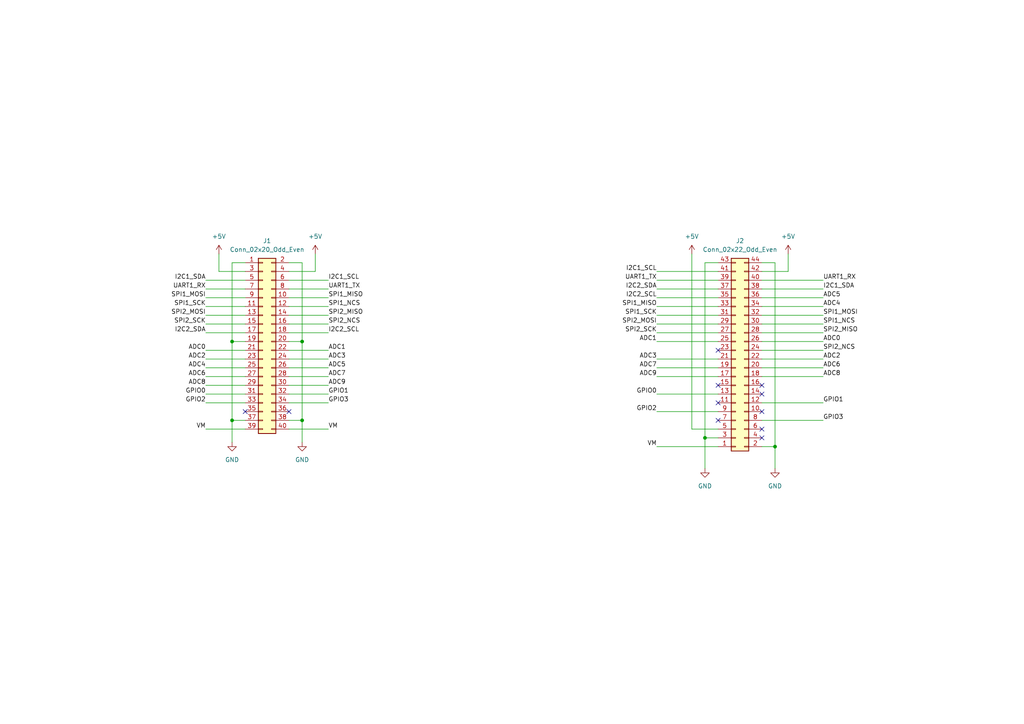
<source format=kicad_sch>
(kicad_sch (version 20211123) (generator eeschema)

  (uuid d4177b9d-cd4b-461f-83de-56e18b0b6f13)

  (paper "A4")

  (lib_symbols
    (symbol "Connector_Generic:Conn_02x20_Odd_Even" (pin_names (offset 1.016) hide) (in_bom yes) (on_board yes)
      (property "Reference" "J" (id 0) (at 1.27 25.4 0)
        (effects (font (size 1.27 1.27)))
      )
      (property "Value" "Conn_02x20_Odd_Even" (id 1) (at 1.27 -27.94 0)
        (effects (font (size 1.27 1.27)))
      )
      (property "Footprint" "" (id 2) (at 0 0 0)
        (effects (font (size 1.27 1.27)) hide)
      )
      (property "Datasheet" "~" (id 3) (at 0 0 0)
        (effects (font (size 1.27 1.27)) hide)
      )
      (property "ki_keywords" "connector" (id 4) (at 0 0 0)
        (effects (font (size 1.27 1.27)) hide)
      )
      (property "ki_description" "Generic connector, double row, 02x20, odd/even pin numbering scheme (row 1 odd numbers, row 2 even numbers), script generated (kicad-library-utils/schlib/autogen/connector/)" (id 5) (at 0 0 0)
        (effects (font (size 1.27 1.27)) hide)
      )
      (property "ki_fp_filters" "Connector*:*_2x??_*" (id 6) (at 0 0 0)
        (effects (font (size 1.27 1.27)) hide)
      )
      (symbol "Conn_02x20_Odd_Even_1_1"
        (rectangle (start -1.27 -25.273) (end 0 -25.527)
          (stroke (width 0.1524) (type default) (color 0 0 0 0))
          (fill (type none))
        )
        (rectangle (start -1.27 -22.733) (end 0 -22.987)
          (stroke (width 0.1524) (type default) (color 0 0 0 0))
          (fill (type none))
        )
        (rectangle (start -1.27 -20.193) (end 0 -20.447)
          (stroke (width 0.1524) (type default) (color 0 0 0 0))
          (fill (type none))
        )
        (rectangle (start -1.27 -17.653) (end 0 -17.907)
          (stroke (width 0.1524) (type default) (color 0 0 0 0))
          (fill (type none))
        )
        (rectangle (start -1.27 -15.113) (end 0 -15.367)
          (stroke (width 0.1524) (type default) (color 0 0 0 0))
          (fill (type none))
        )
        (rectangle (start -1.27 -12.573) (end 0 -12.827)
          (stroke (width 0.1524) (type default) (color 0 0 0 0))
          (fill (type none))
        )
        (rectangle (start -1.27 -10.033) (end 0 -10.287)
          (stroke (width 0.1524) (type default) (color 0 0 0 0))
          (fill (type none))
        )
        (rectangle (start -1.27 -7.493) (end 0 -7.747)
          (stroke (width 0.1524) (type default) (color 0 0 0 0))
          (fill (type none))
        )
        (rectangle (start -1.27 -4.953) (end 0 -5.207)
          (stroke (width 0.1524) (type default) (color 0 0 0 0))
          (fill (type none))
        )
        (rectangle (start -1.27 -2.413) (end 0 -2.667)
          (stroke (width 0.1524) (type default) (color 0 0 0 0))
          (fill (type none))
        )
        (rectangle (start -1.27 0.127) (end 0 -0.127)
          (stroke (width 0.1524) (type default) (color 0 0 0 0))
          (fill (type none))
        )
        (rectangle (start -1.27 2.667) (end 0 2.413)
          (stroke (width 0.1524) (type default) (color 0 0 0 0))
          (fill (type none))
        )
        (rectangle (start -1.27 5.207) (end 0 4.953)
          (stroke (width 0.1524) (type default) (color 0 0 0 0))
          (fill (type none))
        )
        (rectangle (start -1.27 7.747) (end 0 7.493)
          (stroke (width 0.1524) (type default) (color 0 0 0 0))
          (fill (type none))
        )
        (rectangle (start -1.27 10.287) (end 0 10.033)
          (stroke (width 0.1524) (type default) (color 0 0 0 0))
          (fill (type none))
        )
        (rectangle (start -1.27 12.827) (end 0 12.573)
          (stroke (width 0.1524) (type default) (color 0 0 0 0))
          (fill (type none))
        )
        (rectangle (start -1.27 15.367) (end 0 15.113)
          (stroke (width 0.1524) (type default) (color 0 0 0 0))
          (fill (type none))
        )
        (rectangle (start -1.27 17.907) (end 0 17.653)
          (stroke (width 0.1524) (type default) (color 0 0 0 0))
          (fill (type none))
        )
        (rectangle (start -1.27 20.447) (end 0 20.193)
          (stroke (width 0.1524) (type default) (color 0 0 0 0))
          (fill (type none))
        )
        (rectangle (start -1.27 22.987) (end 0 22.733)
          (stroke (width 0.1524) (type default) (color 0 0 0 0))
          (fill (type none))
        )
        (rectangle (start -1.27 24.13) (end 3.81 -26.67)
          (stroke (width 0.254) (type default) (color 0 0 0 0))
          (fill (type background))
        )
        (rectangle (start 3.81 -25.273) (end 2.54 -25.527)
          (stroke (width 0.1524) (type default) (color 0 0 0 0))
          (fill (type none))
        )
        (rectangle (start 3.81 -22.733) (end 2.54 -22.987)
          (stroke (width 0.1524) (type default) (color 0 0 0 0))
          (fill (type none))
        )
        (rectangle (start 3.81 -20.193) (end 2.54 -20.447)
          (stroke (width 0.1524) (type default) (color 0 0 0 0))
          (fill (type none))
        )
        (rectangle (start 3.81 -17.653) (end 2.54 -17.907)
          (stroke (width 0.1524) (type default) (color 0 0 0 0))
          (fill (type none))
        )
        (rectangle (start 3.81 -15.113) (end 2.54 -15.367)
          (stroke (width 0.1524) (type default) (color 0 0 0 0))
          (fill (type none))
        )
        (rectangle (start 3.81 -12.573) (end 2.54 -12.827)
          (stroke (width 0.1524) (type default) (color 0 0 0 0))
          (fill (type none))
        )
        (rectangle (start 3.81 -10.033) (end 2.54 -10.287)
          (stroke (width 0.1524) (type default) (color 0 0 0 0))
          (fill (type none))
        )
        (rectangle (start 3.81 -7.493) (end 2.54 -7.747)
          (stroke (width 0.1524) (type default) (color 0 0 0 0))
          (fill (type none))
        )
        (rectangle (start 3.81 -4.953) (end 2.54 -5.207)
          (stroke (width 0.1524) (type default) (color 0 0 0 0))
          (fill (type none))
        )
        (rectangle (start 3.81 -2.413) (end 2.54 -2.667)
          (stroke (width 0.1524) (type default) (color 0 0 0 0))
          (fill (type none))
        )
        (rectangle (start 3.81 0.127) (end 2.54 -0.127)
          (stroke (width 0.1524) (type default) (color 0 0 0 0))
          (fill (type none))
        )
        (rectangle (start 3.81 2.667) (end 2.54 2.413)
          (stroke (width 0.1524) (type default) (color 0 0 0 0))
          (fill (type none))
        )
        (rectangle (start 3.81 5.207) (end 2.54 4.953)
          (stroke (width 0.1524) (type default) (color 0 0 0 0))
          (fill (type none))
        )
        (rectangle (start 3.81 7.747) (end 2.54 7.493)
          (stroke (width 0.1524) (type default) (color 0 0 0 0))
          (fill (type none))
        )
        (rectangle (start 3.81 10.287) (end 2.54 10.033)
          (stroke (width 0.1524) (type default) (color 0 0 0 0))
          (fill (type none))
        )
        (rectangle (start 3.81 12.827) (end 2.54 12.573)
          (stroke (width 0.1524) (type default) (color 0 0 0 0))
          (fill (type none))
        )
        (rectangle (start 3.81 15.367) (end 2.54 15.113)
          (stroke (width 0.1524) (type default) (color 0 0 0 0))
          (fill (type none))
        )
        (rectangle (start 3.81 17.907) (end 2.54 17.653)
          (stroke (width 0.1524) (type default) (color 0 0 0 0))
          (fill (type none))
        )
        (rectangle (start 3.81 20.447) (end 2.54 20.193)
          (stroke (width 0.1524) (type default) (color 0 0 0 0))
          (fill (type none))
        )
        (rectangle (start 3.81 22.987) (end 2.54 22.733)
          (stroke (width 0.1524) (type default) (color 0 0 0 0))
          (fill (type none))
        )
        (pin passive line (at -5.08 22.86 0) (length 3.81)
          (name "Pin_1" (effects (font (size 1.27 1.27))))
          (number "1" (effects (font (size 1.27 1.27))))
        )
        (pin passive line (at 7.62 12.7 180) (length 3.81)
          (name "Pin_10" (effects (font (size 1.27 1.27))))
          (number "10" (effects (font (size 1.27 1.27))))
        )
        (pin passive line (at -5.08 10.16 0) (length 3.81)
          (name "Pin_11" (effects (font (size 1.27 1.27))))
          (number "11" (effects (font (size 1.27 1.27))))
        )
        (pin passive line (at 7.62 10.16 180) (length 3.81)
          (name "Pin_12" (effects (font (size 1.27 1.27))))
          (number "12" (effects (font (size 1.27 1.27))))
        )
        (pin passive line (at -5.08 7.62 0) (length 3.81)
          (name "Pin_13" (effects (font (size 1.27 1.27))))
          (number "13" (effects (font (size 1.27 1.27))))
        )
        (pin passive line (at 7.62 7.62 180) (length 3.81)
          (name "Pin_14" (effects (font (size 1.27 1.27))))
          (number "14" (effects (font (size 1.27 1.27))))
        )
        (pin passive line (at -5.08 5.08 0) (length 3.81)
          (name "Pin_15" (effects (font (size 1.27 1.27))))
          (number "15" (effects (font (size 1.27 1.27))))
        )
        (pin passive line (at 7.62 5.08 180) (length 3.81)
          (name "Pin_16" (effects (font (size 1.27 1.27))))
          (number "16" (effects (font (size 1.27 1.27))))
        )
        (pin passive line (at -5.08 2.54 0) (length 3.81)
          (name "Pin_17" (effects (font (size 1.27 1.27))))
          (number "17" (effects (font (size 1.27 1.27))))
        )
        (pin passive line (at 7.62 2.54 180) (length 3.81)
          (name "Pin_18" (effects (font (size 1.27 1.27))))
          (number "18" (effects (font (size 1.27 1.27))))
        )
        (pin passive line (at -5.08 0 0) (length 3.81)
          (name "Pin_19" (effects (font (size 1.27 1.27))))
          (number "19" (effects (font (size 1.27 1.27))))
        )
        (pin passive line (at 7.62 22.86 180) (length 3.81)
          (name "Pin_2" (effects (font (size 1.27 1.27))))
          (number "2" (effects (font (size 1.27 1.27))))
        )
        (pin passive line (at 7.62 0 180) (length 3.81)
          (name "Pin_20" (effects (font (size 1.27 1.27))))
          (number "20" (effects (font (size 1.27 1.27))))
        )
        (pin passive line (at -5.08 -2.54 0) (length 3.81)
          (name "Pin_21" (effects (font (size 1.27 1.27))))
          (number "21" (effects (font (size 1.27 1.27))))
        )
        (pin passive line (at 7.62 -2.54 180) (length 3.81)
          (name "Pin_22" (effects (font (size 1.27 1.27))))
          (number "22" (effects (font (size 1.27 1.27))))
        )
        (pin passive line (at -5.08 -5.08 0) (length 3.81)
          (name "Pin_23" (effects (font (size 1.27 1.27))))
          (number "23" (effects (font (size 1.27 1.27))))
        )
        (pin passive line (at 7.62 -5.08 180) (length 3.81)
          (name "Pin_24" (effects (font (size 1.27 1.27))))
          (number "24" (effects (font (size 1.27 1.27))))
        )
        (pin passive line (at -5.08 -7.62 0) (length 3.81)
          (name "Pin_25" (effects (font (size 1.27 1.27))))
          (number "25" (effects (font (size 1.27 1.27))))
        )
        (pin passive line (at 7.62 -7.62 180) (length 3.81)
          (name "Pin_26" (effects (font (size 1.27 1.27))))
          (number "26" (effects (font (size 1.27 1.27))))
        )
        (pin passive line (at -5.08 -10.16 0) (length 3.81)
          (name "Pin_27" (effects (font (size 1.27 1.27))))
          (number "27" (effects (font (size 1.27 1.27))))
        )
        (pin passive line (at 7.62 -10.16 180) (length 3.81)
          (name "Pin_28" (effects (font (size 1.27 1.27))))
          (number "28" (effects (font (size 1.27 1.27))))
        )
        (pin passive line (at -5.08 -12.7 0) (length 3.81)
          (name "Pin_29" (effects (font (size 1.27 1.27))))
          (number "29" (effects (font (size 1.27 1.27))))
        )
        (pin passive line (at -5.08 20.32 0) (length 3.81)
          (name "Pin_3" (effects (font (size 1.27 1.27))))
          (number "3" (effects (font (size 1.27 1.27))))
        )
        (pin passive line (at 7.62 -12.7 180) (length 3.81)
          (name "Pin_30" (effects (font (size 1.27 1.27))))
          (number "30" (effects (font (size 1.27 1.27))))
        )
        (pin passive line (at -5.08 -15.24 0) (length 3.81)
          (name "Pin_31" (effects (font (size 1.27 1.27))))
          (number "31" (effects (font (size 1.27 1.27))))
        )
        (pin passive line (at 7.62 -15.24 180) (length 3.81)
          (name "Pin_32" (effects (font (size 1.27 1.27))))
          (number "32" (effects (font (size 1.27 1.27))))
        )
        (pin passive line (at -5.08 -17.78 0) (length 3.81)
          (name "Pin_33" (effects (font (size 1.27 1.27))))
          (number "33" (effects (font (size 1.27 1.27))))
        )
        (pin passive line (at 7.62 -17.78 180) (length 3.81)
          (name "Pin_34" (effects (font (size 1.27 1.27))))
          (number "34" (effects (font (size 1.27 1.27))))
        )
        (pin passive line (at -5.08 -20.32 0) (length 3.81)
          (name "Pin_35" (effects (font (size 1.27 1.27))))
          (number "35" (effects (font (size 1.27 1.27))))
        )
        (pin passive line (at 7.62 -20.32 180) (length 3.81)
          (name "Pin_36" (effects (font (size 1.27 1.27))))
          (number "36" (effects (font (size 1.27 1.27))))
        )
        (pin passive line (at -5.08 -22.86 0) (length 3.81)
          (name "Pin_37" (effects (font (size 1.27 1.27))))
          (number "37" (effects (font (size 1.27 1.27))))
        )
        (pin passive line (at 7.62 -22.86 180) (length 3.81)
          (name "Pin_38" (effects (font (size 1.27 1.27))))
          (number "38" (effects (font (size 1.27 1.27))))
        )
        (pin passive line (at -5.08 -25.4 0) (length 3.81)
          (name "Pin_39" (effects (font (size 1.27 1.27))))
          (number "39" (effects (font (size 1.27 1.27))))
        )
        (pin passive line (at 7.62 20.32 180) (length 3.81)
          (name "Pin_4" (effects (font (size 1.27 1.27))))
          (number "4" (effects (font (size 1.27 1.27))))
        )
        (pin passive line (at 7.62 -25.4 180) (length 3.81)
          (name "Pin_40" (effects (font (size 1.27 1.27))))
          (number "40" (effects (font (size 1.27 1.27))))
        )
        (pin passive line (at -5.08 17.78 0) (length 3.81)
          (name "Pin_5" (effects (font (size 1.27 1.27))))
          (number "5" (effects (font (size 1.27 1.27))))
        )
        (pin passive line (at 7.62 17.78 180) (length 3.81)
          (name "Pin_6" (effects (font (size 1.27 1.27))))
          (number "6" (effects (font (size 1.27 1.27))))
        )
        (pin passive line (at -5.08 15.24 0) (length 3.81)
          (name "Pin_7" (effects (font (size 1.27 1.27))))
          (number "7" (effects (font (size 1.27 1.27))))
        )
        (pin passive line (at 7.62 15.24 180) (length 3.81)
          (name "Pin_8" (effects (font (size 1.27 1.27))))
          (number "8" (effects (font (size 1.27 1.27))))
        )
        (pin passive line (at -5.08 12.7 0) (length 3.81)
          (name "Pin_9" (effects (font (size 1.27 1.27))))
          (number "9" (effects (font (size 1.27 1.27))))
        )
      )
    )
    (symbol "Connector_Generic:Conn_02x22_Odd_Even" (pin_names (offset 1.016) hide) (in_bom yes) (on_board yes)
      (property "Reference" "J" (id 0) (at 1.27 27.94 0)
        (effects (font (size 1.27 1.27)))
      )
      (property "Value" "Conn_02x22_Odd_Even" (id 1) (at 1.27 -30.48 0)
        (effects (font (size 1.27 1.27)))
      )
      (property "Footprint" "" (id 2) (at 0 0 0)
        (effects (font (size 1.27 1.27)) hide)
      )
      (property "Datasheet" "~" (id 3) (at 0 0 0)
        (effects (font (size 1.27 1.27)) hide)
      )
      (property "ki_keywords" "connector" (id 4) (at 0 0 0)
        (effects (font (size 1.27 1.27)) hide)
      )
      (property "ki_description" "Generic connector, double row, 02x22, odd/even pin numbering scheme (row 1 odd numbers, row 2 even numbers), script generated (kicad-library-utils/schlib/autogen/connector/)" (id 5) (at 0 0 0)
        (effects (font (size 1.27 1.27)) hide)
      )
      (property "ki_fp_filters" "Connector*:*_2x??_*" (id 6) (at 0 0 0)
        (effects (font (size 1.27 1.27)) hide)
      )
      (symbol "Conn_02x22_Odd_Even_1_1"
        (rectangle (start -1.27 -27.813) (end 0 -28.067)
          (stroke (width 0.1524) (type default) (color 0 0 0 0))
          (fill (type none))
        )
        (rectangle (start -1.27 -25.273) (end 0 -25.527)
          (stroke (width 0.1524) (type default) (color 0 0 0 0))
          (fill (type none))
        )
        (rectangle (start -1.27 -22.733) (end 0 -22.987)
          (stroke (width 0.1524) (type default) (color 0 0 0 0))
          (fill (type none))
        )
        (rectangle (start -1.27 -20.193) (end 0 -20.447)
          (stroke (width 0.1524) (type default) (color 0 0 0 0))
          (fill (type none))
        )
        (rectangle (start -1.27 -17.653) (end 0 -17.907)
          (stroke (width 0.1524) (type default) (color 0 0 0 0))
          (fill (type none))
        )
        (rectangle (start -1.27 -15.113) (end 0 -15.367)
          (stroke (width 0.1524) (type default) (color 0 0 0 0))
          (fill (type none))
        )
        (rectangle (start -1.27 -12.573) (end 0 -12.827)
          (stroke (width 0.1524) (type default) (color 0 0 0 0))
          (fill (type none))
        )
        (rectangle (start -1.27 -10.033) (end 0 -10.287)
          (stroke (width 0.1524) (type default) (color 0 0 0 0))
          (fill (type none))
        )
        (rectangle (start -1.27 -7.493) (end 0 -7.747)
          (stroke (width 0.1524) (type default) (color 0 0 0 0))
          (fill (type none))
        )
        (rectangle (start -1.27 -4.953) (end 0 -5.207)
          (stroke (width 0.1524) (type default) (color 0 0 0 0))
          (fill (type none))
        )
        (rectangle (start -1.27 -2.413) (end 0 -2.667)
          (stroke (width 0.1524) (type default) (color 0 0 0 0))
          (fill (type none))
        )
        (rectangle (start -1.27 0.127) (end 0 -0.127)
          (stroke (width 0.1524) (type default) (color 0 0 0 0))
          (fill (type none))
        )
        (rectangle (start -1.27 2.667) (end 0 2.413)
          (stroke (width 0.1524) (type default) (color 0 0 0 0))
          (fill (type none))
        )
        (rectangle (start -1.27 5.207) (end 0 4.953)
          (stroke (width 0.1524) (type default) (color 0 0 0 0))
          (fill (type none))
        )
        (rectangle (start -1.27 7.747) (end 0 7.493)
          (stroke (width 0.1524) (type default) (color 0 0 0 0))
          (fill (type none))
        )
        (rectangle (start -1.27 10.287) (end 0 10.033)
          (stroke (width 0.1524) (type default) (color 0 0 0 0))
          (fill (type none))
        )
        (rectangle (start -1.27 12.827) (end 0 12.573)
          (stroke (width 0.1524) (type default) (color 0 0 0 0))
          (fill (type none))
        )
        (rectangle (start -1.27 15.367) (end 0 15.113)
          (stroke (width 0.1524) (type default) (color 0 0 0 0))
          (fill (type none))
        )
        (rectangle (start -1.27 17.907) (end 0 17.653)
          (stroke (width 0.1524) (type default) (color 0 0 0 0))
          (fill (type none))
        )
        (rectangle (start -1.27 20.447) (end 0 20.193)
          (stroke (width 0.1524) (type default) (color 0 0 0 0))
          (fill (type none))
        )
        (rectangle (start -1.27 22.987) (end 0 22.733)
          (stroke (width 0.1524) (type default) (color 0 0 0 0))
          (fill (type none))
        )
        (rectangle (start -1.27 25.527) (end 0 25.273)
          (stroke (width 0.1524) (type default) (color 0 0 0 0))
          (fill (type none))
        )
        (rectangle (start -1.27 26.67) (end 3.81 -29.21)
          (stroke (width 0.254) (type default) (color 0 0 0 0))
          (fill (type background))
        )
        (rectangle (start 3.81 -27.813) (end 2.54 -28.067)
          (stroke (width 0.1524) (type default) (color 0 0 0 0))
          (fill (type none))
        )
        (rectangle (start 3.81 -25.273) (end 2.54 -25.527)
          (stroke (width 0.1524) (type default) (color 0 0 0 0))
          (fill (type none))
        )
        (rectangle (start 3.81 -22.733) (end 2.54 -22.987)
          (stroke (width 0.1524) (type default) (color 0 0 0 0))
          (fill (type none))
        )
        (rectangle (start 3.81 -20.193) (end 2.54 -20.447)
          (stroke (width 0.1524) (type default) (color 0 0 0 0))
          (fill (type none))
        )
        (rectangle (start 3.81 -17.653) (end 2.54 -17.907)
          (stroke (width 0.1524) (type default) (color 0 0 0 0))
          (fill (type none))
        )
        (rectangle (start 3.81 -15.113) (end 2.54 -15.367)
          (stroke (width 0.1524) (type default) (color 0 0 0 0))
          (fill (type none))
        )
        (rectangle (start 3.81 -12.573) (end 2.54 -12.827)
          (stroke (width 0.1524) (type default) (color 0 0 0 0))
          (fill (type none))
        )
        (rectangle (start 3.81 -10.033) (end 2.54 -10.287)
          (stroke (width 0.1524) (type default) (color 0 0 0 0))
          (fill (type none))
        )
        (rectangle (start 3.81 -7.493) (end 2.54 -7.747)
          (stroke (width 0.1524) (type default) (color 0 0 0 0))
          (fill (type none))
        )
        (rectangle (start 3.81 -4.953) (end 2.54 -5.207)
          (stroke (width 0.1524) (type default) (color 0 0 0 0))
          (fill (type none))
        )
        (rectangle (start 3.81 -2.413) (end 2.54 -2.667)
          (stroke (width 0.1524) (type default) (color 0 0 0 0))
          (fill (type none))
        )
        (rectangle (start 3.81 0.127) (end 2.54 -0.127)
          (stroke (width 0.1524) (type default) (color 0 0 0 0))
          (fill (type none))
        )
        (rectangle (start 3.81 2.667) (end 2.54 2.413)
          (stroke (width 0.1524) (type default) (color 0 0 0 0))
          (fill (type none))
        )
        (rectangle (start 3.81 5.207) (end 2.54 4.953)
          (stroke (width 0.1524) (type default) (color 0 0 0 0))
          (fill (type none))
        )
        (rectangle (start 3.81 7.747) (end 2.54 7.493)
          (stroke (width 0.1524) (type default) (color 0 0 0 0))
          (fill (type none))
        )
        (rectangle (start 3.81 10.287) (end 2.54 10.033)
          (stroke (width 0.1524) (type default) (color 0 0 0 0))
          (fill (type none))
        )
        (rectangle (start 3.81 12.827) (end 2.54 12.573)
          (stroke (width 0.1524) (type default) (color 0 0 0 0))
          (fill (type none))
        )
        (rectangle (start 3.81 15.367) (end 2.54 15.113)
          (stroke (width 0.1524) (type default) (color 0 0 0 0))
          (fill (type none))
        )
        (rectangle (start 3.81 17.907) (end 2.54 17.653)
          (stroke (width 0.1524) (type default) (color 0 0 0 0))
          (fill (type none))
        )
        (rectangle (start 3.81 20.447) (end 2.54 20.193)
          (stroke (width 0.1524) (type default) (color 0 0 0 0))
          (fill (type none))
        )
        (rectangle (start 3.81 22.987) (end 2.54 22.733)
          (stroke (width 0.1524) (type default) (color 0 0 0 0))
          (fill (type none))
        )
        (rectangle (start 3.81 25.527) (end 2.54 25.273)
          (stroke (width 0.1524) (type default) (color 0 0 0 0))
          (fill (type none))
        )
        (pin passive line (at -5.08 25.4 0) (length 3.81)
          (name "Pin_1" (effects (font (size 1.27 1.27))))
          (number "1" (effects (font (size 1.27 1.27))))
        )
        (pin passive line (at 7.62 15.24 180) (length 3.81)
          (name "Pin_10" (effects (font (size 1.27 1.27))))
          (number "10" (effects (font (size 1.27 1.27))))
        )
        (pin passive line (at -5.08 12.7 0) (length 3.81)
          (name "Pin_11" (effects (font (size 1.27 1.27))))
          (number "11" (effects (font (size 1.27 1.27))))
        )
        (pin passive line (at 7.62 12.7 180) (length 3.81)
          (name "Pin_12" (effects (font (size 1.27 1.27))))
          (number "12" (effects (font (size 1.27 1.27))))
        )
        (pin passive line (at -5.08 10.16 0) (length 3.81)
          (name "Pin_13" (effects (font (size 1.27 1.27))))
          (number "13" (effects (font (size 1.27 1.27))))
        )
        (pin passive line (at 7.62 10.16 180) (length 3.81)
          (name "Pin_14" (effects (font (size 1.27 1.27))))
          (number "14" (effects (font (size 1.27 1.27))))
        )
        (pin passive line (at -5.08 7.62 0) (length 3.81)
          (name "Pin_15" (effects (font (size 1.27 1.27))))
          (number "15" (effects (font (size 1.27 1.27))))
        )
        (pin passive line (at 7.62 7.62 180) (length 3.81)
          (name "Pin_16" (effects (font (size 1.27 1.27))))
          (number "16" (effects (font (size 1.27 1.27))))
        )
        (pin passive line (at -5.08 5.08 0) (length 3.81)
          (name "Pin_17" (effects (font (size 1.27 1.27))))
          (number "17" (effects (font (size 1.27 1.27))))
        )
        (pin passive line (at 7.62 5.08 180) (length 3.81)
          (name "Pin_18" (effects (font (size 1.27 1.27))))
          (number "18" (effects (font (size 1.27 1.27))))
        )
        (pin passive line (at -5.08 2.54 0) (length 3.81)
          (name "Pin_19" (effects (font (size 1.27 1.27))))
          (number "19" (effects (font (size 1.27 1.27))))
        )
        (pin passive line (at 7.62 25.4 180) (length 3.81)
          (name "Pin_2" (effects (font (size 1.27 1.27))))
          (number "2" (effects (font (size 1.27 1.27))))
        )
        (pin passive line (at 7.62 2.54 180) (length 3.81)
          (name "Pin_20" (effects (font (size 1.27 1.27))))
          (number "20" (effects (font (size 1.27 1.27))))
        )
        (pin passive line (at -5.08 0 0) (length 3.81)
          (name "Pin_21" (effects (font (size 1.27 1.27))))
          (number "21" (effects (font (size 1.27 1.27))))
        )
        (pin passive line (at 7.62 0 180) (length 3.81)
          (name "Pin_22" (effects (font (size 1.27 1.27))))
          (number "22" (effects (font (size 1.27 1.27))))
        )
        (pin passive line (at -5.08 -2.54 0) (length 3.81)
          (name "Pin_23" (effects (font (size 1.27 1.27))))
          (number "23" (effects (font (size 1.27 1.27))))
        )
        (pin passive line (at 7.62 -2.54 180) (length 3.81)
          (name "Pin_24" (effects (font (size 1.27 1.27))))
          (number "24" (effects (font (size 1.27 1.27))))
        )
        (pin passive line (at -5.08 -5.08 0) (length 3.81)
          (name "Pin_25" (effects (font (size 1.27 1.27))))
          (number "25" (effects (font (size 1.27 1.27))))
        )
        (pin passive line (at 7.62 -5.08 180) (length 3.81)
          (name "Pin_26" (effects (font (size 1.27 1.27))))
          (number "26" (effects (font (size 1.27 1.27))))
        )
        (pin passive line (at -5.08 -7.62 0) (length 3.81)
          (name "Pin_27" (effects (font (size 1.27 1.27))))
          (number "27" (effects (font (size 1.27 1.27))))
        )
        (pin passive line (at 7.62 -7.62 180) (length 3.81)
          (name "Pin_28" (effects (font (size 1.27 1.27))))
          (number "28" (effects (font (size 1.27 1.27))))
        )
        (pin passive line (at -5.08 -10.16 0) (length 3.81)
          (name "Pin_29" (effects (font (size 1.27 1.27))))
          (number "29" (effects (font (size 1.27 1.27))))
        )
        (pin passive line (at -5.08 22.86 0) (length 3.81)
          (name "Pin_3" (effects (font (size 1.27 1.27))))
          (number "3" (effects (font (size 1.27 1.27))))
        )
        (pin passive line (at 7.62 -10.16 180) (length 3.81)
          (name "Pin_30" (effects (font (size 1.27 1.27))))
          (number "30" (effects (font (size 1.27 1.27))))
        )
        (pin passive line (at -5.08 -12.7 0) (length 3.81)
          (name "Pin_31" (effects (font (size 1.27 1.27))))
          (number "31" (effects (font (size 1.27 1.27))))
        )
        (pin passive line (at 7.62 -12.7 180) (length 3.81)
          (name "Pin_32" (effects (font (size 1.27 1.27))))
          (number "32" (effects (font (size 1.27 1.27))))
        )
        (pin passive line (at -5.08 -15.24 0) (length 3.81)
          (name "Pin_33" (effects (font (size 1.27 1.27))))
          (number "33" (effects (font (size 1.27 1.27))))
        )
        (pin passive line (at 7.62 -15.24 180) (length 3.81)
          (name "Pin_34" (effects (font (size 1.27 1.27))))
          (number "34" (effects (font (size 1.27 1.27))))
        )
        (pin passive line (at -5.08 -17.78 0) (length 3.81)
          (name "Pin_35" (effects (font (size 1.27 1.27))))
          (number "35" (effects (font (size 1.27 1.27))))
        )
        (pin passive line (at 7.62 -17.78 180) (length 3.81)
          (name "Pin_36" (effects (font (size 1.27 1.27))))
          (number "36" (effects (font (size 1.27 1.27))))
        )
        (pin passive line (at -5.08 -20.32 0) (length 3.81)
          (name "Pin_37" (effects (font (size 1.27 1.27))))
          (number "37" (effects (font (size 1.27 1.27))))
        )
        (pin passive line (at 7.62 -20.32 180) (length 3.81)
          (name "Pin_38" (effects (font (size 1.27 1.27))))
          (number "38" (effects (font (size 1.27 1.27))))
        )
        (pin passive line (at -5.08 -22.86 0) (length 3.81)
          (name "Pin_39" (effects (font (size 1.27 1.27))))
          (number "39" (effects (font (size 1.27 1.27))))
        )
        (pin passive line (at 7.62 22.86 180) (length 3.81)
          (name "Pin_4" (effects (font (size 1.27 1.27))))
          (number "4" (effects (font (size 1.27 1.27))))
        )
        (pin passive line (at 7.62 -22.86 180) (length 3.81)
          (name "Pin_40" (effects (font (size 1.27 1.27))))
          (number "40" (effects (font (size 1.27 1.27))))
        )
        (pin passive line (at -5.08 -25.4 0) (length 3.81)
          (name "Pin_41" (effects (font (size 1.27 1.27))))
          (number "41" (effects (font (size 1.27 1.27))))
        )
        (pin passive line (at 7.62 -25.4 180) (length 3.81)
          (name "Pin_42" (effects (font (size 1.27 1.27))))
          (number "42" (effects (font (size 1.27 1.27))))
        )
        (pin passive line (at -5.08 -27.94 0) (length 3.81)
          (name "Pin_43" (effects (font (size 1.27 1.27))))
          (number "43" (effects (font (size 1.27 1.27))))
        )
        (pin passive line (at 7.62 -27.94 180) (length 3.81)
          (name "Pin_44" (effects (font (size 1.27 1.27))))
          (number "44" (effects (font (size 1.27 1.27))))
        )
        (pin passive line (at -5.08 20.32 0) (length 3.81)
          (name "Pin_5" (effects (font (size 1.27 1.27))))
          (number "5" (effects (font (size 1.27 1.27))))
        )
        (pin passive line (at 7.62 20.32 180) (length 3.81)
          (name "Pin_6" (effects (font (size 1.27 1.27))))
          (number "6" (effects (font (size 1.27 1.27))))
        )
        (pin passive line (at -5.08 17.78 0) (length 3.81)
          (name "Pin_7" (effects (font (size 1.27 1.27))))
          (number "7" (effects (font (size 1.27 1.27))))
        )
        (pin passive line (at 7.62 17.78 180) (length 3.81)
          (name "Pin_8" (effects (font (size 1.27 1.27))))
          (number "8" (effects (font (size 1.27 1.27))))
        )
        (pin passive line (at -5.08 15.24 0) (length 3.81)
          (name "Pin_9" (effects (font (size 1.27 1.27))))
          (number "9" (effects (font (size 1.27 1.27))))
        )
      )
    )
    (symbol "power:+5V" (power) (pin_names (offset 0)) (in_bom yes) (on_board yes)
      (property "Reference" "#PWR" (id 0) (at 0 -3.81 0)
        (effects (font (size 1.27 1.27)) hide)
      )
      (property "Value" "+5V" (id 1) (at 0 3.556 0)
        (effects (font (size 1.27 1.27)))
      )
      (property "Footprint" "" (id 2) (at 0 0 0)
        (effects (font (size 1.27 1.27)) hide)
      )
      (property "Datasheet" "" (id 3) (at 0 0 0)
        (effects (font (size 1.27 1.27)) hide)
      )
      (property "ki_keywords" "power-flag" (id 4) (at 0 0 0)
        (effects (font (size 1.27 1.27)) hide)
      )
      (property "ki_description" "Power symbol creates a global label with name \"+5V\"" (id 5) (at 0 0 0)
        (effects (font (size 1.27 1.27)) hide)
      )
      (symbol "+5V_0_1"
        (polyline
          (pts
            (xy -0.762 1.27)
            (xy 0 2.54)
          )
          (stroke (width 0) (type default) (color 0 0 0 0))
          (fill (type none))
        )
        (polyline
          (pts
            (xy 0 0)
            (xy 0 2.54)
          )
          (stroke (width 0) (type default) (color 0 0 0 0))
          (fill (type none))
        )
        (polyline
          (pts
            (xy 0 2.54)
            (xy 0.762 1.27)
          )
          (stroke (width 0) (type default) (color 0 0 0 0))
          (fill (type none))
        )
      )
      (symbol "+5V_1_1"
        (pin power_in line (at 0 0 90) (length 0) hide
          (name "+5V" (effects (font (size 1.27 1.27))))
          (number "1" (effects (font (size 1.27 1.27))))
        )
      )
    )
    (symbol "power:GND" (power) (pin_names (offset 0)) (in_bom yes) (on_board yes)
      (property "Reference" "#PWR" (id 0) (at 0 -6.35 0)
        (effects (font (size 1.27 1.27)) hide)
      )
      (property "Value" "GND" (id 1) (at 0 -3.81 0)
        (effects (font (size 1.27 1.27)))
      )
      (property "Footprint" "" (id 2) (at 0 0 0)
        (effects (font (size 1.27 1.27)) hide)
      )
      (property "Datasheet" "" (id 3) (at 0 0 0)
        (effects (font (size 1.27 1.27)) hide)
      )
      (property "ki_keywords" "power-flag" (id 4) (at 0 0 0)
        (effects (font (size 1.27 1.27)) hide)
      )
      (property "ki_description" "Power symbol creates a global label with name \"GND\" , ground" (id 5) (at 0 0 0)
        (effects (font (size 1.27 1.27)) hide)
      )
      (symbol "GND_0_1"
        (polyline
          (pts
            (xy 0 0)
            (xy 0 -1.27)
            (xy 1.27 -1.27)
            (xy 0 -2.54)
            (xy -1.27 -1.27)
            (xy 0 -1.27)
          )
          (stroke (width 0) (type default) (color 0 0 0 0))
          (fill (type none))
        )
      )
      (symbol "GND_1_1"
        (pin power_in line (at 0 0 270) (length 0) hide
          (name "GND" (effects (font (size 1.27 1.27))))
          (number "1" (effects (font (size 1.27 1.27))))
        )
      )
    )
  )

  (junction (at 67.31 121.92) (diameter 0) (color 0 0 0 0)
    (uuid 5325042c-2157-44d0-9919-88bb73f48b23)
  )
  (junction (at 67.31 99.06) (diameter 0) (color 0 0 0 0)
    (uuid 53b97dcf-53a1-4065-8a54-f079a695ea03)
  )
  (junction (at 224.79 129.54) (diameter 0) (color 0 0 0 0)
    (uuid 9b4fccf2-2651-4eef-bc26-eabb847149e9)
  )
  (junction (at 87.63 121.92) (diameter 0) (color 0 0 0 0)
    (uuid 9ce8dbed-afcb-487a-8e09-53ba5430386f)
  )
  (junction (at 204.47 127) (diameter 0) (color 0 0 0 0)
    (uuid b6e7218b-bae8-4d72-922e-ab7849a55618)
  )
  (junction (at 87.63 99.06) (diameter 0) (color 0 0 0 0)
    (uuid e65f08a9-b6f0-4001-ab10-235840737ee4)
  )

  (no_connect (at 83.82 119.38) (uuid 31a3c3c1-4aec-4049-aacf-c979f0ba25e7))
  (no_connect (at 71.12 119.38) (uuid 31a3c3c1-4aec-4049-aacf-c979f0ba25e8))
  (no_connect (at 220.98 114.3) (uuid 6a62d244-afc4-4900-9037-0b6c949d416e))
  (no_connect (at 220.98 119.38) (uuid 75b6e790-dabb-4dc6-ab56-c80365a00a9a))
  (no_connect (at 208.28 116.84) (uuid 75b6e790-dabb-4dc6-ab56-c80365a00a9b))
  (no_connect (at 220.98 111.76) (uuid 75b6e790-dabb-4dc6-ab56-c80365a00a9c))
  (no_connect (at 208.28 111.76) (uuid dbb91de0-68b3-4499-b6bb-2a14cd532b66))
  (no_connect (at 208.28 121.92) (uuid ed92a6b6-e74c-426c-a16f-870a0713fd27))
  (no_connect (at 220.98 127) (uuid ed92a6b6-e74c-426c-a16f-870a0713fd28))
  (no_connect (at 220.98 124.46) (uuid ed92a6b6-e74c-426c-a16f-870a0713fd29))
  (no_connect (at 208.28 101.6) (uuid ed92a6b6-e74c-426c-a16f-870a0713fd2a))

  (wire (pts (xy 190.5 91.44) (xy 208.28 91.44))
    (stroke (width 0) (type default) (color 0 0 0 0))
    (uuid 09bbc0bd-a7d6-4c53-b666-9a8a94069057)
  )
  (wire (pts (xy 220.98 101.6) (xy 238.76 101.6))
    (stroke (width 0) (type default) (color 0 0 0 0))
    (uuid 0b7dc6a1-f19c-4b90-8b78-cd4b926f0a67)
  )
  (wire (pts (xy 190.5 93.98) (xy 208.28 93.98))
    (stroke (width 0) (type default) (color 0 0 0 0))
    (uuid 0d4d9eb1-3ec2-4994-986a-ac278bdcbfe1)
  )
  (wire (pts (xy 220.98 116.84) (xy 238.76 116.84))
    (stroke (width 0) (type default) (color 0 0 0 0))
    (uuid 0e1eff92-1de9-458b-9771-71129649d5c1)
  )
  (wire (pts (xy 190.5 114.3) (xy 208.28 114.3))
    (stroke (width 0) (type default) (color 0 0 0 0))
    (uuid 0fe3271f-50bb-4bbf-8a83-0fcb1af2a3f8)
  )
  (wire (pts (xy 59.69 124.46) (xy 71.12 124.46))
    (stroke (width 0) (type default) (color 0 0 0 0))
    (uuid 13f7fba0-aa9e-4601-882b-baea5e7df3ed)
  )
  (wire (pts (xy 67.31 99.06) (xy 67.31 76.2))
    (stroke (width 0) (type default) (color 0 0 0 0))
    (uuid 18094f19-36ed-4403-827d-e5e1c3e5c234)
  )
  (wire (pts (xy 220.98 129.54) (xy 224.79 129.54))
    (stroke (width 0) (type default) (color 0 0 0 0))
    (uuid 19b2c2e7-45d3-4ead-b535-f381ed04101e)
  )
  (wire (pts (xy 59.69 91.44) (xy 71.12 91.44))
    (stroke (width 0) (type default) (color 0 0 0 0))
    (uuid 1c7dfb5c-577e-49a8-ac12-37a50dd1bfc1)
  )
  (wire (pts (xy 220.98 93.98) (xy 238.76 93.98))
    (stroke (width 0) (type default) (color 0 0 0 0))
    (uuid 21431795-71a8-49fb-a574-7f6ea175bc3b)
  )
  (wire (pts (xy 59.69 96.52) (xy 71.12 96.52))
    (stroke (width 0) (type default) (color 0 0 0 0))
    (uuid 23511c7f-2d87-46df-9784-dc4afaf2f333)
  )
  (wire (pts (xy 190.5 86.36) (xy 208.28 86.36))
    (stroke (width 0) (type default) (color 0 0 0 0))
    (uuid 2823f4ab-5cce-4fd2-ac2c-2ce565752e2f)
  )
  (wire (pts (xy 190.5 106.68) (xy 208.28 106.68))
    (stroke (width 0) (type default) (color 0 0 0 0))
    (uuid 2c9ba382-2c55-48c8-8217-de432c335c83)
  )
  (wire (pts (xy 190.5 129.54) (xy 208.28 129.54))
    (stroke (width 0) (type default) (color 0 0 0 0))
    (uuid 30852be2-c252-492b-b942-4c450784bfe9)
  )
  (wire (pts (xy 59.69 101.6) (xy 71.12 101.6))
    (stroke (width 0) (type default) (color 0 0 0 0))
    (uuid 311ff6de-17bf-4966-8ac6-58da34643897)
  )
  (wire (pts (xy 83.82 116.84) (xy 95.25 116.84))
    (stroke (width 0) (type default) (color 0 0 0 0))
    (uuid 325ee78f-f945-4daa-b5b0-b094baff86bf)
  )
  (wire (pts (xy 59.69 86.36) (xy 71.12 86.36))
    (stroke (width 0) (type default) (color 0 0 0 0))
    (uuid 348be968-bdf5-499d-a23b-5d713436afb2)
  )
  (wire (pts (xy 83.82 114.3) (xy 95.25 114.3))
    (stroke (width 0) (type default) (color 0 0 0 0))
    (uuid 3521c3bd-e803-4a52-bc6a-e33f282e281e)
  )
  (wire (pts (xy 83.82 81.28) (xy 95.25 81.28))
    (stroke (width 0) (type default) (color 0 0 0 0))
    (uuid 39f2e71e-0ec6-4395-9392-d873c750fa38)
  )
  (wire (pts (xy 59.69 106.68) (xy 71.12 106.68))
    (stroke (width 0) (type default) (color 0 0 0 0))
    (uuid 3a2fa04a-4b55-4158-9412-8cfd2c3c8d00)
  )
  (wire (pts (xy 87.63 76.2) (xy 87.63 99.06))
    (stroke (width 0) (type default) (color 0 0 0 0))
    (uuid 3d1a5df9-9f6d-4fbd-a00c-f693196c5f7a)
  )
  (wire (pts (xy 67.31 99.06) (xy 71.12 99.06))
    (stroke (width 0) (type default) (color 0 0 0 0))
    (uuid 411237f6-2e4a-45c1-a04e-def8f3b73913)
  )
  (wire (pts (xy 83.82 99.06) (xy 87.63 99.06))
    (stroke (width 0) (type default) (color 0 0 0 0))
    (uuid 429feeb5-7f65-4385-a793-0b48e68b8ad3)
  )
  (wire (pts (xy 220.98 104.14) (xy 238.76 104.14))
    (stroke (width 0) (type default) (color 0 0 0 0))
    (uuid 4d129020-741b-4439-99cd-b07f84fd6c99)
  )
  (wire (pts (xy 71.12 78.74) (xy 63.5 78.74))
    (stroke (width 0) (type default) (color 0 0 0 0))
    (uuid 512da476-940f-43ea-bf30-8f689e2e41fa)
  )
  (wire (pts (xy 220.98 88.9) (xy 238.76 88.9))
    (stroke (width 0) (type default) (color 0 0 0 0))
    (uuid 53c23526-4d2a-4e99-8c56-13b3b8ff939a)
  )
  (wire (pts (xy 87.63 121.92) (xy 87.63 128.27))
    (stroke (width 0) (type default) (color 0 0 0 0))
    (uuid 5552a89e-c07e-43f8-b4aa-f668e33ceada)
  )
  (wire (pts (xy 220.98 109.22) (xy 238.76 109.22))
    (stroke (width 0) (type default) (color 0 0 0 0))
    (uuid 5773386f-a7f1-49fc-a881-83467b6c875b)
  )
  (wire (pts (xy 59.69 111.76) (xy 71.12 111.76))
    (stroke (width 0) (type default) (color 0 0 0 0))
    (uuid 5a1e2676-56d8-423a-bdc8-0824f7f546da)
  )
  (wire (pts (xy 83.82 78.74) (xy 91.44 78.74))
    (stroke (width 0) (type default) (color 0 0 0 0))
    (uuid 5aa9b77a-385a-45fb-92cb-4d4999ca8e98)
  )
  (wire (pts (xy 87.63 99.06) (xy 87.63 121.92))
    (stroke (width 0) (type default) (color 0 0 0 0))
    (uuid 5d72a7c7-4a62-4b80-a3de-34d644b49f7a)
  )
  (wire (pts (xy 83.82 76.2) (xy 87.63 76.2))
    (stroke (width 0) (type default) (color 0 0 0 0))
    (uuid 5fc8b33b-cee7-49be-8fa1-2909dff7a5cd)
  )
  (wire (pts (xy 67.31 121.92) (xy 67.31 99.06))
    (stroke (width 0) (type default) (color 0 0 0 0))
    (uuid 6187cece-b128-4a3b-b98c-55fd8a4697f7)
  )
  (wire (pts (xy 83.82 91.44) (xy 95.25 91.44))
    (stroke (width 0) (type default) (color 0 0 0 0))
    (uuid 652a656f-555f-4562-a9b6-106e8d49ff11)
  )
  (wire (pts (xy 208.28 76.2) (xy 204.47 76.2))
    (stroke (width 0) (type default) (color 0 0 0 0))
    (uuid 653bee38-b707-40c7-8648-33c579d0e650)
  )
  (wire (pts (xy 83.82 109.22) (xy 95.25 109.22))
    (stroke (width 0) (type default) (color 0 0 0 0))
    (uuid 656945a1-0469-4717-9a88-780cc732f6d3)
  )
  (wire (pts (xy 220.98 99.06) (xy 238.76 99.06))
    (stroke (width 0) (type default) (color 0 0 0 0))
    (uuid 66a87482-f728-407a-b0b4-2cdb55176591)
  )
  (wire (pts (xy 83.82 101.6) (xy 95.25 101.6))
    (stroke (width 0) (type default) (color 0 0 0 0))
    (uuid 671f144a-ea81-4943-8aed-c28eb387549e)
  )
  (wire (pts (xy 83.82 88.9) (xy 95.25 88.9))
    (stroke (width 0) (type default) (color 0 0 0 0))
    (uuid 695c921d-4d93-4598-a452-eb79fa633552)
  )
  (wire (pts (xy 59.69 109.22) (xy 71.12 109.22))
    (stroke (width 0) (type default) (color 0 0 0 0))
    (uuid 6983bccb-ffb7-437c-9bea-f9661c2dd9ab)
  )
  (wire (pts (xy 59.69 93.98) (xy 71.12 93.98))
    (stroke (width 0) (type default) (color 0 0 0 0))
    (uuid 6e37640a-e552-41af-948e-ebe54b7bd134)
  )
  (wire (pts (xy 83.82 96.52) (xy 95.25 96.52))
    (stroke (width 0) (type default) (color 0 0 0 0))
    (uuid 6f293354-53fe-45b2-9f41-b7145622f82a)
  )
  (wire (pts (xy 224.79 76.2) (xy 220.98 76.2))
    (stroke (width 0) (type default) (color 0 0 0 0))
    (uuid 6f4c18b7-fe23-4b04-bf39-a2c86ad180d6)
  )
  (wire (pts (xy 59.69 88.9) (xy 71.12 88.9))
    (stroke (width 0) (type default) (color 0 0 0 0))
    (uuid 70d433be-001c-4555-b9ee-c53b4b4fd908)
  )
  (wire (pts (xy 190.5 78.74) (xy 208.28 78.74))
    (stroke (width 0) (type default) (color 0 0 0 0))
    (uuid 715cdbc5-25f1-43f6-9f0a-f81ef62aa1b6)
  )
  (wire (pts (xy 204.47 127) (xy 208.28 127))
    (stroke (width 0) (type default) (color 0 0 0 0))
    (uuid 757d91a0-23ad-43fd-9b00-ae953c30c839)
  )
  (wire (pts (xy 59.69 81.28) (xy 71.12 81.28))
    (stroke (width 0) (type default) (color 0 0 0 0))
    (uuid 75ccb1bc-ac95-41d3-a00e-b9087b87e80c)
  )
  (wire (pts (xy 83.82 93.98) (xy 95.25 93.98))
    (stroke (width 0) (type default) (color 0 0 0 0))
    (uuid 7899d89c-0633-4cc2-b073-793c8dde68ba)
  )
  (wire (pts (xy 220.98 83.82) (xy 238.76 83.82))
    (stroke (width 0) (type default) (color 0 0 0 0))
    (uuid 7a284ea0-0ec3-43b0-8d31-58d5549c271d)
  )
  (wire (pts (xy 220.98 91.44) (xy 238.76 91.44))
    (stroke (width 0) (type default) (color 0 0 0 0))
    (uuid 7c0b5f81-bc5f-42d1-95fa-ffd645a5d6ff)
  )
  (wire (pts (xy 204.47 127) (xy 204.47 135.89))
    (stroke (width 0) (type default) (color 0 0 0 0))
    (uuid 7c1a849a-4638-4883-aa00-b5eccc40edca)
  )
  (wire (pts (xy 83.82 83.82) (xy 95.25 83.82))
    (stroke (width 0) (type default) (color 0 0 0 0))
    (uuid 80d99416-fa78-4539-9254-fbd61877105a)
  )
  (wire (pts (xy 67.31 128.27) (xy 67.31 121.92))
    (stroke (width 0) (type default) (color 0 0 0 0))
    (uuid 8496832b-7a91-4724-9539-1092c5312744)
  )
  (wire (pts (xy 190.5 119.38) (xy 208.28 119.38))
    (stroke (width 0) (type default) (color 0 0 0 0))
    (uuid 89ab2133-60e6-4319-8572-c64fbee023c7)
  )
  (wire (pts (xy 83.82 104.14) (xy 95.25 104.14))
    (stroke (width 0) (type default) (color 0 0 0 0))
    (uuid 89e3dd91-bbbd-4bf1-8de5-7bf4a4aa52ea)
  )
  (wire (pts (xy 83.82 106.68) (xy 95.25 106.68))
    (stroke (width 0) (type default) (color 0 0 0 0))
    (uuid 8a59a0d6-658b-4053-a534-04d705d5acbb)
  )
  (wire (pts (xy 220.98 121.92) (xy 238.76 121.92))
    (stroke (width 0) (type default) (color 0 0 0 0))
    (uuid 8beb648b-4ab1-49fd-bf4f-61fcd673a5e3)
  )
  (wire (pts (xy 190.5 88.9) (xy 208.28 88.9))
    (stroke (width 0) (type default) (color 0 0 0 0))
    (uuid 8cf754bd-d9f2-44e6-a5d8-53fb41d4d43d)
  )
  (wire (pts (xy 59.69 83.82) (xy 71.12 83.82))
    (stroke (width 0) (type default) (color 0 0 0 0))
    (uuid 9391c42f-5970-437a-b6c7-aec0b66c242b)
  )
  (wire (pts (xy 190.5 96.52) (xy 208.28 96.52))
    (stroke (width 0) (type default) (color 0 0 0 0))
    (uuid 93d8167a-a13a-4a39-b03c-c0fabf1fbb07)
  )
  (wire (pts (xy 190.5 104.14) (xy 208.28 104.14))
    (stroke (width 0) (type default) (color 0 0 0 0))
    (uuid 96240b24-bf95-44ca-8fa4-f722299f816f)
  )
  (wire (pts (xy 220.98 96.52) (xy 238.76 96.52))
    (stroke (width 0) (type default) (color 0 0 0 0))
    (uuid 9cbc3453-8162-43c6-9a3d-924c269d9f65)
  )
  (wire (pts (xy 67.31 76.2) (xy 71.12 76.2))
    (stroke (width 0) (type default) (color 0 0 0 0))
    (uuid 9f658274-51e9-4b6a-96fc-6881aeb0e55c)
  )
  (wire (pts (xy 91.44 78.74) (xy 91.44 73.66))
    (stroke (width 0) (type default) (color 0 0 0 0))
    (uuid a2179d71-4f7a-431b-a8f1-e9a11197d35b)
  )
  (wire (pts (xy 83.82 121.92) (xy 87.63 121.92))
    (stroke (width 0) (type default) (color 0 0 0 0))
    (uuid a313dccf-63d0-442d-8762-326b876fc201)
  )
  (wire (pts (xy 59.69 114.3) (xy 71.12 114.3))
    (stroke (width 0) (type default) (color 0 0 0 0))
    (uuid a71c6be4-f6df-43e4-b718-c12fa8883b40)
  )
  (wire (pts (xy 224.79 129.54) (xy 224.79 76.2))
    (stroke (width 0) (type default) (color 0 0 0 0))
    (uuid a82bdd56-47c6-4737-acab-066673881bff)
  )
  (wire (pts (xy 59.69 116.84) (xy 71.12 116.84))
    (stroke (width 0) (type default) (color 0 0 0 0))
    (uuid a84a3de2-a93c-4b1e-b88f-b61d948f5fd4)
  )
  (wire (pts (xy 220.98 78.74) (xy 228.6 78.74))
    (stroke (width 0) (type default) (color 0 0 0 0))
    (uuid a897d616-9e7d-4337-b933-a944570368e4)
  )
  (wire (pts (xy 190.5 83.82) (xy 208.28 83.82))
    (stroke (width 0) (type default) (color 0 0 0 0))
    (uuid acd9965b-4104-4c46-971e-5d51650f5f0f)
  )
  (wire (pts (xy 59.69 104.14) (xy 71.12 104.14))
    (stroke (width 0) (type default) (color 0 0 0 0))
    (uuid b957dd78-5e8c-4095-afde-7a2c1508ea1d)
  )
  (wire (pts (xy 220.98 86.36) (xy 238.76 86.36))
    (stroke (width 0) (type default) (color 0 0 0 0))
    (uuid b9fea622-0512-4201-b430-72928ef14e91)
  )
  (wire (pts (xy 67.31 121.92) (xy 71.12 121.92))
    (stroke (width 0) (type default) (color 0 0 0 0))
    (uuid c550a108-1892-4799-ac03-15f9ae888be8)
  )
  (wire (pts (xy 204.47 76.2) (xy 204.47 127))
    (stroke (width 0) (type default) (color 0 0 0 0))
    (uuid c5ee6a4f-4817-46e1-9b4e-5d2589ba916d)
  )
  (wire (pts (xy 83.82 86.36) (xy 95.25 86.36))
    (stroke (width 0) (type default) (color 0 0 0 0))
    (uuid cbec5bb0-51fc-4838-9bd4-1ed7c2cad19e)
  )
  (wire (pts (xy 200.66 124.46) (xy 200.66 73.66))
    (stroke (width 0) (type default) (color 0 0 0 0))
    (uuid d0bc76f6-882a-41ce-85ad-ff057c7d80e4)
  )
  (wire (pts (xy 83.82 124.46) (xy 95.25 124.46))
    (stroke (width 0) (type default) (color 0 0 0 0))
    (uuid da2d4e0b-29e8-431b-9d94-76debc705b90)
  )
  (wire (pts (xy 190.5 81.28) (xy 208.28 81.28))
    (stroke (width 0) (type default) (color 0 0 0 0))
    (uuid dbba11b7-cd6d-4e76-90b3-147eb0e17229)
  )
  (wire (pts (xy 220.98 106.68) (xy 238.76 106.68))
    (stroke (width 0) (type default) (color 0 0 0 0))
    (uuid dbd9d76a-9578-4c75-bb93-5a2625742cf6)
  )
  (wire (pts (xy 63.5 78.74) (xy 63.5 73.66))
    (stroke (width 0) (type default) (color 0 0 0 0))
    (uuid ddd66667-e8ab-4fca-a3f0-b449663ff39d)
  )
  (wire (pts (xy 228.6 78.74) (xy 228.6 73.66))
    (stroke (width 0) (type default) (color 0 0 0 0))
    (uuid dfcadd07-1b98-406b-aec7-59658df58622)
  )
  (wire (pts (xy 220.98 81.28) (xy 238.76 81.28))
    (stroke (width 0) (type default) (color 0 0 0 0))
    (uuid e0791876-b828-4546-a31e-0b2f61e9ff35)
  )
  (wire (pts (xy 190.5 109.22) (xy 208.28 109.22))
    (stroke (width 0) (type default) (color 0 0 0 0))
    (uuid e74a9ac3-ef89-4d56-af53-eac96699f31e)
  )
  (wire (pts (xy 190.5 99.06) (xy 208.28 99.06))
    (stroke (width 0) (type default) (color 0 0 0 0))
    (uuid f00d0d96-8b03-4e71-849e-564459bac541)
  )
  (wire (pts (xy 208.28 124.46) (xy 200.66 124.46))
    (stroke (width 0) (type default) (color 0 0 0 0))
    (uuid f35c7d84-0db9-41f3-976a-5af306367ed8)
  )
  (wire (pts (xy 83.82 111.76) (xy 95.25 111.76))
    (stroke (width 0) (type default) (color 0 0 0 0))
    (uuid f48301cf-7b63-42fb-b40c-3d19c2c57cf2)
  )
  (wire (pts (xy 224.79 135.89) (xy 224.79 129.54))
    (stroke (width 0) (type default) (color 0 0 0 0))
    (uuid f90e8667-b9a7-4405-9d74-249bda98e445)
  )

  (label "ADC7" (at 95.25 109.22 0)
    (effects (font (size 1.27 1.27)) (justify left bottom))
    (uuid 0cf6a1c6-a5a3-456a-b5ca-b441fe83a548)
  )
  (label "ADC9" (at 95.25 111.76 0)
    (effects (font (size 1.27 1.27)) (justify left bottom))
    (uuid 0d4eebdc-12d3-44a8-8d85-5b814be92772)
  )
  (label "ADC6" (at 238.76 106.68 0)
    (effects (font (size 1.27 1.27)) (justify left bottom))
    (uuid 17fde55b-804c-438c-b3ff-bc407a40fd71)
  )
  (label "SPI1_MISO" (at 95.25 86.36 0)
    (effects (font (size 1.27 1.27)) (justify left bottom))
    (uuid 1995c6bb-ba7b-4195-9404-5cf9935fa325)
  )
  (label "ADC0" (at 238.76 99.06 0)
    (effects (font (size 1.27 1.27)) (justify left bottom))
    (uuid 1b8c8566-f28a-4bf8-bcd1-391241796111)
  )
  (label "ADC8" (at 59.69 111.76 180)
    (effects (font (size 1.27 1.27)) (justify right bottom))
    (uuid 2b62595a-8d68-460c-9234-7e84d0f1682e)
  )
  (label "ADC6" (at 59.69 109.22 180)
    (effects (font (size 1.27 1.27)) (justify right bottom))
    (uuid 2b9a905f-4edf-4b5c-a2c7-df9cea91ada3)
  )
  (label "SPI1_MOSI" (at 59.69 86.36 180)
    (effects (font (size 1.27 1.27)) (justify right bottom))
    (uuid 2d802a63-d42d-436a-b5f2-50ce7e3f873c)
  )
  (label "I2C2_SDA" (at 59.69 96.52 180)
    (effects (font (size 1.27 1.27)) (justify right bottom))
    (uuid 309279e6-917a-442c-9140-1dcfe6d39dc7)
  )
  (label "VM" (at 59.69 124.46 180)
    (effects (font (size 1.27 1.27)) (justify right bottom))
    (uuid 3425301c-c1f9-478f-ac4f-02c58c0c3ab2)
  )
  (label "SPI1_SCK" (at 190.5 91.44 180)
    (effects (font (size 1.27 1.27)) (justify right bottom))
    (uuid 355b1af0-e5da-49a9-a5df-8b6a43e4abdd)
  )
  (label "ADC5" (at 95.25 106.68 0)
    (effects (font (size 1.27 1.27)) (justify left bottom))
    (uuid 35834707-7ae5-416c-b4dd-c7ce3c5a3283)
  )
  (label "ADC9" (at 190.5 109.22 180)
    (effects (font (size 1.27 1.27)) (justify right bottom))
    (uuid 3905903a-823a-4f8c-a91c-555b1f3a1c2f)
  )
  (label "GPIO3" (at 95.25 116.84 0)
    (effects (font (size 1.27 1.27)) (justify left bottom))
    (uuid 3dc33b27-94aa-4bba-b464-7782699b7787)
  )
  (label "SPI2_SCK" (at 59.69 93.98 180)
    (effects (font (size 1.27 1.27)) (justify right bottom))
    (uuid 45c7cbc7-8742-4966-97a0-eb69fff11f18)
  )
  (label "ADC3" (at 190.5 104.14 180)
    (effects (font (size 1.27 1.27)) (justify right bottom))
    (uuid 4736b4cb-c1eb-496e-9052-2967b98eebe0)
  )
  (label "ADC3" (at 95.25 104.14 0)
    (effects (font (size 1.27 1.27)) (justify left bottom))
    (uuid 4a962c9c-553f-4f46-9e92-f0b8cccfc8d6)
  )
  (label "SPI2_MISO" (at 95.25 91.44 0)
    (effects (font (size 1.27 1.27)) (justify left bottom))
    (uuid 4b0fdc5d-2e8d-4b1a-b3aa-837653153a97)
  )
  (label "GPIO2" (at 59.69 116.84 180)
    (effects (font (size 1.27 1.27)) (justify right bottom))
    (uuid 4ef08972-f3e5-4849-aaee-8c62b61bcddc)
  )
  (label "SPI2_SCK" (at 190.5 96.52 180)
    (effects (font (size 1.27 1.27)) (justify right bottom))
    (uuid 53bbf1b6-1959-4460-85bd-71ecdab39c82)
  )
  (label "I2C2_SCL" (at 95.25 96.52 0)
    (effects (font (size 1.27 1.27)) (justify left bottom))
    (uuid 5494a86e-7c50-49a9-9f96-5c63e064ddb1)
  )
  (label "I2C1_SDA" (at 238.76 83.82 0)
    (effects (font (size 1.27 1.27)) (justify left bottom))
    (uuid 562e34d5-548e-41c3-9f89-d1d6fcf6a214)
  )
  (label "GPIO3" (at 238.76 121.92 0)
    (effects (font (size 1.27 1.27)) (justify left bottom))
    (uuid 609b3c2d-1cd6-4638-8224-5178e759174f)
  )
  (label "SPI2_MISO" (at 238.76 96.52 0)
    (effects (font (size 1.27 1.27)) (justify left bottom))
    (uuid 61200a39-4c57-45a6-bbc2-2d2b90ca9bc0)
  )
  (label "GPIO2" (at 190.5 119.38 180)
    (effects (font (size 1.27 1.27)) (justify right bottom))
    (uuid 61fa37d8-df24-48a3-ae03-8ded11fafc54)
  )
  (label "UART1_RX" (at 238.76 81.28 0)
    (effects (font (size 1.27 1.27)) (justify left bottom))
    (uuid 625b8633-f578-4a97-875a-ea4113d14393)
  )
  (label "GPIO1" (at 238.76 116.84 0)
    (effects (font (size 1.27 1.27)) (justify left bottom))
    (uuid 692b2989-f069-47d4-9661-a560b69a29eb)
  )
  (label "ADC2" (at 59.69 104.14 180)
    (effects (font (size 1.27 1.27)) (justify right bottom))
    (uuid 69705499-bcc7-452c-a814-830134d17d8e)
  )
  (label "GPIO0" (at 190.5 114.3 180)
    (effects (font (size 1.27 1.27)) (justify right bottom))
    (uuid 724c7fb4-1b01-457f-aa3a-71d70cbbf529)
  )
  (label "I2C1_SCL" (at 95.25 81.28 0)
    (effects (font (size 1.27 1.27)) (justify left bottom))
    (uuid 75261aee-916e-4047-96e7-2a2dcf0130ed)
  )
  (label "I2C1_SDA" (at 59.69 81.28 180)
    (effects (font (size 1.27 1.27)) (justify right bottom))
    (uuid 7b05c5ee-84c5-44f0-ad6b-0c9e90b1b378)
  )
  (label "SPI1_NCS" (at 95.25 88.9 0)
    (effects (font (size 1.27 1.27)) (justify left bottom))
    (uuid 84e7f131-6c9d-4c67-ab01-3942fb8a9d13)
  )
  (label "ADC7" (at 190.5 106.68 180)
    (effects (font (size 1.27 1.27)) (justify right bottom))
    (uuid 8562c2e8-f9b6-4dc9-829c-b9dbe2d6e4e2)
  )
  (label "SPI2_NCS" (at 95.25 93.98 0)
    (effects (font (size 1.27 1.27)) (justify left bottom))
    (uuid 8643e4ca-2710-41bc-be06-0f0afe86a978)
  )
  (label "ADC1" (at 95.25 101.6 0)
    (effects (font (size 1.27 1.27)) (justify left bottom))
    (uuid a7148f07-1ffa-45d9-b688-3a16ff44b253)
  )
  (label "ADC4" (at 238.76 88.9 0)
    (effects (font (size 1.27 1.27)) (justify left bottom))
    (uuid a8c00668-4b40-4838-ae2d-98b6f7ebc457)
  )
  (label "SPI2_MOSI" (at 190.5 93.98 180)
    (effects (font (size 1.27 1.27)) (justify right bottom))
    (uuid aaad4b53-1bf7-47ea-a402-1c87b505bf38)
  )
  (label "SPI1_SCK" (at 59.69 88.9 180)
    (effects (font (size 1.27 1.27)) (justify right bottom))
    (uuid aab8fd39-60b3-4ce6-ab89-c8a38d0ae744)
  )
  (label "GPIO1" (at 95.25 114.3 0)
    (effects (font (size 1.27 1.27)) (justify left bottom))
    (uuid b4dc5f69-cd43-461c-8acd-dbd903ace748)
  )
  (label "I2C2_SCL" (at 190.5 86.36 180)
    (effects (font (size 1.27 1.27)) (justify right bottom))
    (uuid b55b808b-2bb1-4c4f-9ffa-0e0e3b4d5a8a)
  )
  (label "UART1_TX" (at 190.5 81.28 180)
    (effects (font (size 1.27 1.27)) (justify right bottom))
    (uuid bc9f78a5-7eda-4a3d-8703-5f9656cba411)
  )
  (label "ADC1" (at 190.5 99.06 180)
    (effects (font (size 1.27 1.27)) (justify right bottom))
    (uuid c1da3649-c6f4-48a3-9a9b-5b635e096ac0)
  )
  (label "VM" (at 190.5 129.54 180)
    (effects (font (size 1.27 1.27)) (justify right bottom))
    (uuid c54b798b-126b-4079-8738-cb4efe929502)
  )
  (label "SPI1_NCS" (at 238.76 93.98 0)
    (effects (font (size 1.27 1.27)) (justify left bottom))
    (uuid c81acdd1-fb3f-4538-ada4-9b6f76392fe8)
  )
  (label "SPI1_MOSI" (at 238.76 91.44 0)
    (effects (font (size 1.27 1.27)) (justify left bottom))
    (uuid d2e5826c-505b-40aa-ac02-2c3a9fa1f28b)
  )
  (label "UART1_RX" (at 59.69 83.82 180)
    (effects (font (size 1.27 1.27)) (justify right bottom))
    (uuid d689af12-226a-4444-aaed-476d7f7bd70c)
  )
  (label "GPIO0" (at 59.69 114.3 180)
    (effects (font (size 1.27 1.27)) (justify right bottom))
    (uuid d6d5c4f9-9fdb-421a-89ad-3d529e6ad123)
  )
  (label "SPI1_MISO" (at 190.5 88.9 180)
    (effects (font (size 1.27 1.27)) (justify right bottom))
    (uuid de62ab4c-365a-4979-b822-a4817c845127)
  )
  (label "SPI2_NCS" (at 238.76 101.6 0)
    (effects (font (size 1.27 1.27)) (justify left bottom))
    (uuid df782074-e6a6-4840-a5fb-d29b588441fa)
  )
  (label "I2C2_SDA" (at 190.5 83.82 180)
    (effects (font (size 1.27 1.27)) (justify right bottom))
    (uuid e1c6b9bf-3e23-47e9-a445-5410779ac43e)
  )
  (label "ADC8" (at 238.76 109.22 0)
    (effects (font (size 1.27 1.27)) (justify left bottom))
    (uuid e1e71147-82bf-4278-8d5d-ee21130ac70c)
  )
  (label "ADC5" (at 238.76 86.36 0)
    (effects (font (size 1.27 1.27)) (justify left bottom))
    (uuid e2153148-793c-474c-adf1-eb3cf9ed3669)
  )
  (label "ADC4" (at 59.69 106.68 180)
    (effects (font (size 1.27 1.27)) (justify right bottom))
    (uuid eadd8b3b-d804-4bb5-b148-85bf0ecb2de4)
  )
  (label "VM" (at 95.25 124.46 0)
    (effects (font (size 1.27 1.27)) (justify left bottom))
    (uuid f0930ed8-41df-41bc-b8c9-fd782ca0e8e3)
  )
  (label "SPI2_MOSI" (at 59.69 91.44 180)
    (effects (font (size 1.27 1.27)) (justify right bottom))
    (uuid f2808127-169a-453a-a726-0312665c1a02)
  )
  (label "I2C1_SCL" (at 190.5 78.74 180)
    (effects (font (size 1.27 1.27)) (justify right bottom))
    (uuid f34289cf-db0e-4ce5-9a74-04840cf306c7)
  )
  (label "UART1_TX" (at 95.25 83.82 0)
    (effects (font (size 1.27 1.27)) (justify left bottom))
    (uuid f375afd1-a1b8-49d2-91e6-0111764fc2c4)
  )
  (label "ADC0" (at 59.69 101.6 180)
    (effects (font (size 1.27 1.27)) (justify right bottom))
    (uuid f7f9ce4c-8a8c-4279-b459-a492adb7d3aa)
  )
  (label "ADC2" (at 238.76 104.14 0)
    (effects (font (size 1.27 1.27)) (justify left bottom))
    (uuid fc6fa682-0b38-44f4-9d6a-342147814bc2)
  )

  (symbol (lib_id "power:GND") (at 224.79 135.89 0) (unit 1)
    (in_bom yes) (on_board yes) (fields_autoplaced)
    (uuid 099f5ba6-382f-4cbe-ac0f-ff312d4f20aa)
    (property "Reference" "#PWR0107" (id 0) (at 224.79 142.24 0)
      (effects (font (size 1.27 1.27)) hide)
    )
    (property "Value" "GND" (id 1) (at 224.79 140.97 0))
    (property "Footprint" "" (id 2) (at 224.79 135.89 0)
      (effects (font (size 1.27 1.27)) hide)
    )
    (property "Datasheet" "" (id 3) (at 224.79 135.89 0)
      (effects (font (size 1.27 1.27)) hide)
    )
    (pin "1" (uuid 2edf7b4d-65f1-4af9-8ac2-745581e0a570))
  )

  (symbol (lib_id "power:+5V") (at 91.44 73.66 0) (unit 1)
    (in_bom yes) (on_board yes) (fields_autoplaced)
    (uuid 1b0d1558-8bee-4b45-9de1-db5cecea9db4)
    (property "Reference" "#PWR0106" (id 0) (at 91.44 77.47 0)
      (effects (font (size 1.27 1.27)) hide)
    )
    (property "Value" "+5V" (id 1) (at 91.44 68.58 0))
    (property "Footprint" "" (id 2) (at 91.44 73.66 0)
      (effects (font (size 1.27 1.27)) hide)
    )
    (property "Datasheet" "" (id 3) (at 91.44 73.66 0)
      (effects (font (size 1.27 1.27)) hide)
    )
    (pin "1" (uuid bcf319e4-71e6-4b4e-b815-a16dc49a3338))
  )

  (symbol (lib_id "power:+5V") (at 228.6 73.66 0) (unit 1)
    (in_bom yes) (on_board yes) (fields_autoplaced)
    (uuid 2d02dcb2-c9db-4708-9ea7-547280f6cdf2)
    (property "Reference" "#PWR0104" (id 0) (at 228.6 77.47 0)
      (effects (font (size 1.27 1.27)) hide)
    )
    (property "Value" "+5V" (id 1) (at 228.6 68.58 0))
    (property "Footprint" "" (id 2) (at 228.6 73.66 0)
      (effects (font (size 1.27 1.27)) hide)
    )
    (property "Datasheet" "" (id 3) (at 228.6 73.66 0)
      (effects (font (size 1.27 1.27)) hide)
    )
    (pin "1" (uuid 3b2cc66d-14a5-4c33-896c-62ddb4cb2fdf))
  )

  (symbol (lib_id "Connector_Generic:Conn_02x20_Odd_Even") (at 76.2 99.06 0) (unit 1)
    (in_bom yes) (on_board yes) (fields_autoplaced)
    (uuid 4483d50b-a104-4ad4-b588-ff6ea75a0728)
    (property "Reference" "J1" (id 0) (at 77.47 69.85 0))
    (property "Value" "Conn_02x20_Odd_Even" (id 1) (at 77.47 72.39 0))
    (property "Footprint" "pmod-conn_6x2:con_Alchemy_mirrored" (id 2) (at 76.2 99.06 0)
      (effects (font (size 1.27 1.27)) hide)
    )
    (property "Datasheet" "~" (id 3) (at 76.2 99.06 0)
      (effects (font (size 1.27 1.27)) hide)
    )
    (pin "1" (uuid 4f5cb5af-282b-4510-bd52-077128bfe787))
    (pin "10" (uuid 3b4d2d07-ef2e-4b92-8d8e-7e419c5b45c4))
    (pin "11" (uuid 1d7df814-f492-47ae-a831-fee9f5126631))
    (pin "12" (uuid a072e605-500d-4d30-942f-ec8305a3bf00))
    (pin "13" (uuid 25a64b46-093b-4be7-9907-3b4b22760dcb))
    (pin "14" (uuid 397030a2-618b-4232-843f-6cd25b8100a0))
    (pin "15" (uuid 0fd368dd-3d2f-4dc3-8650-53fb244b3932))
    (pin "16" (uuid c383aef5-c3cb-41ad-8acb-32de955a44e4))
    (pin "17" (uuid d6a12f55-a880-45c2-b250-5c958771ecdb))
    (pin "18" (uuid 64c7ed63-a54c-47df-8ccd-9e6e85acd7ee))
    (pin "19" (uuid c71bb094-cb98-4d3b-bac7-ba030d8013b2))
    (pin "2" (uuid a9d0c4c1-0e25-403f-b8fa-4ff767b78633))
    (pin "20" (uuid 8c2f29bc-06c7-40e6-b5dd-af44f039f0b5))
    (pin "21" (uuid 73a19657-012a-40ca-a1ae-c27fc7f89bfb))
    (pin "22" (uuid e3c88950-4af3-4728-9679-e8ff5929499a))
    (pin "23" (uuid 2f61d8ca-6168-4a55-89e1-c0978a5d0dab))
    (pin "24" (uuid ec838be4-df8e-4260-adc1-6b3a92598109))
    (pin "25" (uuid ba2bb662-e703-406a-859f-573e390c0b8f))
    (pin "26" (uuid 0fc2105d-f3ab-45a4-bcba-5fdba3383ff2))
    (pin "27" (uuid 30260bfe-6ba0-4ebd-b250-980ff2d1d00f))
    (pin "28" (uuid 687cde2c-a9cb-45e4-b75f-26f03f8eaf79))
    (pin "29" (uuid 58303af3-4a12-4109-ba01-b0a4f38516b2))
    (pin "3" (uuid 09484f9e-b599-4047-8e59-7360b16a4e47))
    (pin "30" (uuid 7a2f147d-68e2-4322-ae9d-075140eb30c2))
    (pin "31" (uuid ca19c45c-4162-44d9-a4ad-d52ab20d53e6))
    (pin "32" (uuid 34ccf03e-52e7-4cfd-bd65-165c03f7124a))
    (pin "33" (uuid a02cf5bd-c90f-4a35-b8f9-49389abf7452))
    (pin "34" (uuid 1d0047f1-efc1-40f9-9ee1-1529a9aa6cec))
    (pin "35" (uuid 1f0b0954-5047-469b-8b7d-ea94aaa43c08))
    (pin "36" (uuid 7fdced62-dfef-4600-aaba-f7cb67c81421))
    (pin "37" (uuid 6a3ba973-1624-413e-9505-6e1c5f521b37))
    (pin "38" (uuid 1d8b163b-fb58-419c-bd6c-f496d85393d1))
    (pin "39" (uuid 43642f0b-e495-43f0-a31f-eac375beebed))
    (pin "4" (uuid 0997026e-d005-4f40-b719-4953fbd0e08e))
    (pin "40" (uuid 4f4daba4-61e4-4bd8-a062-6078a63df769))
    (pin "5" (uuid c3cee7c2-3e24-499b-86f5-d3085ae25713))
    (pin "6" (uuid 93835ded-c2c9-48bb-8510-5397ca978dd4))
    (pin "7" (uuid f8738f2f-259f-4c33-bd01-220b8af825dc))
    (pin "8" (uuid 5f0d36af-95b9-4812-ab02-000335fb4d46))
    (pin "9" (uuid 343960aa-c194-4ac1-9135-da206b0918bf))
  )

  (symbol (lib_id "power:GND") (at 67.31 128.27 0) (unit 1)
    (in_bom yes) (on_board yes) (fields_autoplaced)
    (uuid 5876094a-819c-4ca5-9530-12874e126c06)
    (property "Reference" "#PWR0101" (id 0) (at 67.31 134.62 0)
      (effects (font (size 1.27 1.27)) hide)
    )
    (property "Value" "GND" (id 1) (at 67.31 133.35 0))
    (property "Footprint" "" (id 2) (at 67.31 128.27 0)
      (effects (font (size 1.27 1.27)) hide)
    )
    (property "Datasheet" "" (id 3) (at 67.31 128.27 0)
      (effects (font (size 1.27 1.27)) hide)
    )
    (pin "1" (uuid 16dadb6a-3f98-424a-9a2b-e14431a7c46e))
  )

  (symbol (lib_id "power:GND") (at 204.47 135.89 0) (unit 1)
    (in_bom yes) (on_board yes) (fields_autoplaced)
    (uuid 7f020576-d3c5-48e9-8be1-7aeb83984ca2)
    (property "Reference" "#PWR0108" (id 0) (at 204.47 142.24 0)
      (effects (font (size 1.27 1.27)) hide)
    )
    (property "Value" "GND" (id 1) (at 204.47 140.97 0))
    (property "Footprint" "" (id 2) (at 204.47 135.89 0)
      (effects (font (size 1.27 1.27)) hide)
    )
    (property "Datasheet" "" (id 3) (at 204.47 135.89 0)
      (effects (font (size 1.27 1.27)) hide)
    )
    (pin "1" (uuid c0a30748-a870-4e06-9aac-b9bbab78b404))
  )

  (symbol (lib_id "power:GND") (at 87.63 128.27 0) (unit 1)
    (in_bom yes) (on_board yes) (fields_autoplaced)
    (uuid 95b837b9-ff5a-4459-9856-5c6a17a14168)
    (property "Reference" "#PWR0102" (id 0) (at 87.63 134.62 0)
      (effects (font (size 1.27 1.27)) hide)
    )
    (property "Value" "GND" (id 1) (at 87.63 133.35 0))
    (property "Footprint" "" (id 2) (at 87.63 128.27 0)
      (effects (font (size 1.27 1.27)) hide)
    )
    (property "Datasheet" "" (id 3) (at 87.63 128.27 0)
      (effects (font (size 1.27 1.27)) hide)
    )
    (pin "1" (uuid 1debe638-3326-4317-b14f-9fbf48b76a39))
  )

  (symbol (lib_id "power:+5V") (at 200.66 73.66 0) (unit 1)
    (in_bom yes) (on_board yes) (fields_autoplaced)
    (uuid 9b518a12-0842-433b-a03e-f9ce75b274a5)
    (property "Reference" "#PWR0103" (id 0) (at 200.66 77.47 0)
      (effects (font (size 1.27 1.27)) hide)
    )
    (property "Value" "+5V" (id 1) (at 200.66 68.58 0))
    (property "Footprint" "" (id 2) (at 200.66 73.66 0)
      (effects (font (size 1.27 1.27)) hide)
    )
    (property "Datasheet" "" (id 3) (at 200.66 73.66 0)
      (effects (font (size 1.27 1.27)) hide)
    )
    (pin "1" (uuid a784fa4a-af52-4809-8ccf-de88329d8a47))
  )

  (symbol (lib_id "power:+5V") (at 63.5 73.66 0) (unit 1)
    (in_bom yes) (on_board yes) (fields_autoplaced)
    (uuid b6373db9-40b6-4369-a0d6-f62e6a68e0b7)
    (property "Reference" "#PWR0105" (id 0) (at 63.5 77.47 0)
      (effects (font (size 1.27 1.27)) hide)
    )
    (property "Value" "+5V" (id 1) (at 63.5 68.58 0))
    (property "Footprint" "" (id 2) (at 63.5 73.66 0)
      (effects (font (size 1.27 1.27)) hide)
    )
    (property "Datasheet" "" (id 3) (at 63.5 73.66 0)
      (effects (font (size 1.27 1.27)) hide)
    )
    (pin "1" (uuid 27109e6d-6276-4bb0-a264-6952111ef9e6))
  )

  (symbol (lib_id "Connector_Generic:Conn_02x22_Odd_Even") (at 213.36 104.14 0) (mirror x) (unit 1)
    (in_bom yes) (on_board yes) (fields_autoplaced)
    (uuid e76abe71-d57a-46f3-9e43-aee4a71c24ad)
    (property "Reference" "J2" (id 0) (at 214.63 69.85 0))
    (property "Value" "Conn_02x22_Odd_Even" (id 1) (at 214.63 72.39 0))
    (property "Footprint" "Connector_PinHeader_2.54mm:PinHeader_2x22_P2.54mm_Vertical" (id 2) (at 213.36 104.14 0)
      (effects (font (size 1.27 1.27)) hide)
    )
    (property "Datasheet" "~" (id 3) (at 213.36 104.14 0)
      (effects (font (size 1.27 1.27)) hide)
    )
    (pin "1" (uuid 0f2ca3ac-2129-4a91-8d0e-a1fad8958642))
    (pin "10" (uuid ae614a22-7de0-416d-8f72-337304ce02fb))
    (pin "11" (uuid c21a1b34-c75f-4ed5-9e28-69a198dba293))
    (pin "12" (uuid ead73eb5-3ccc-439d-81ae-2e1c53ea45c9))
    (pin "13" (uuid a820dc36-861b-47f4-ba22-c50f61545c98))
    (pin "14" (uuid b3995566-a423-44fa-a2d0-67d2f1742b43))
    (pin "15" (uuid 61de064f-2e13-4338-8446-f1872f676959))
    (pin "16" (uuid 0e1d8d7f-f386-4521-8279-b8f1424f175c))
    (pin "17" (uuid 7d18a194-74be-479a-87b4-27b3dcb86b0b))
    (pin "18" (uuid 6f1c1eac-8437-4552-92b3-e5bcf2913dd8))
    (pin "19" (uuid fc87de49-a1f8-4334-ab84-1db73067020b))
    (pin "2" (uuid 0302e1fa-1c47-4695-b822-1cbb9fd67236))
    (pin "20" (uuid 1719f733-56a4-4cac-b6a7-13fc4ae0d496))
    (pin "21" (uuid 2c10859e-1c36-495f-8875-b9d541fb8d97))
    (pin "22" (uuid dd8d3763-3a42-4051-85b9-56f877efdc51))
    (pin "23" (uuid e7101e75-670c-43c5-b748-620f85e9ea25))
    (pin "24" (uuid e38736f7-2e02-4743-88ad-5e5ae143ef0a))
    (pin "25" (uuid 773a35f9-f368-4cc8-a2f5-421d89cfe828))
    (pin "26" (uuid 201e2810-6419-4c22-9c99-37f7340c1912))
    (pin "27" (uuid d8fd0dcd-7aa7-4350-bcac-15e69f740493))
    (pin "28" (uuid 9342d39c-6aec-477a-9868-16653cf1ad2f))
    (pin "29" (uuid 4ab4b354-3a28-4a95-83a1-04efc40a8394))
    (pin "3" (uuid 1ae7d705-c611-4092-b434-09eba37c4442))
    (pin "30" (uuid 22f36a9f-a5ea-4b49-91b3-3c7a21dd5774))
    (pin "31" (uuid b6dc1557-dfcb-4e7a-be32-7297f7569e4c))
    (pin "32" (uuid 63f96b0d-4adb-4d06-95f2-2ca18a5b386f))
    (pin "33" (uuid 73fac018-6c0a-4d10-b91b-d309337f99a4))
    (pin "34" (uuid 37b570f2-792b-405c-b894-d588e900416a))
    (pin "35" (uuid c3fc6c6f-673b-4cc3-82ce-8bfaef149548))
    (pin "36" (uuid f23382f4-4159-4f2f-9edc-93ff3a5ccc19))
    (pin "37" (uuid 8fa6554e-03fe-45a7-868c-d76333287fbc))
    (pin "38" (uuid cf827a59-4f9e-42a1-b0b5-4e1500574f8b))
    (pin "39" (uuid 748445fd-f5df-4d1d-ad2b-8e5cefc667d0))
    (pin "4" (uuid 3b28d1b8-fc60-43fd-a0db-6d373919fb19))
    (pin "40" (uuid d2979fff-553c-4bd7-a593-5ddc330cadd8))
    (pin "41" (uuid b78bcd80-05d2-4256-904d-58b6e7157292))
    (pin "42" (uuid 2ec37b4a-fa6f-4167-bb16-ec98c907535b))
    (pin "43" (uuid 25c5c36c-c1ae-4fdf-acb5-c3950d839167))
    (pin "44" (uuid 7e868136-4f8a-49ba-947d-836fbb5a9600))
    (pin "5" (uuid 2255eead-322a-4382-a133-a4994e96e389))
    (pin "6" (uuid e44c9a21-6f7f-4ff9-84bb-87fcdb292282))
    (pin "7" (uuid 4247fd9e-cac9-42ab-b1b0-5601b88bdf34))
    (pin "8" (uuid a5d27ab4-d98a-44f7-85ca-b8c82220b776))
    (pin "9" (uuid 70df748b-2956-4f14-9cf0-ab00501c0ca3))
  )

  (sheet_instances
    (path "/" (page "1"))
  )

  (symbol_instances
    (path "/5876094a-819c-4ca5-9530-12874e126c06"
      (reference "#PWR0101") (unit 1) (value "GND") (footprint "")
    )
    (path "/95b837b9-ff5a-4459-9856-5c6a17a14168"
      (reference "#PWR0102") (unit 1) (value "GND") (footprint "")
    )
    (path "/9b518a12-0842-433b-a03e-f9ce75b274a5"
      (reference "#PWR0103") (unit 1) (value "+5V") (footprint "")
    )
    (path "/2d02dcb2-c9db-4708-9ea7-547280f6cdf2"
      (reference "#PWR0104") (unit 1) (value "+5V") (footprint "")
    )
    (path "/b6373db9-40b6-4369-a0d6-f62e6a68e0b7"
      (reference "#PWR0105") (unit 1) (value "+5V") (footprint "")
    )
    (path "/1b0d1558-8bee-4b45-9de1-db5cecea9db4"
      (reference "#PWR0106") (unit 1) (value "+5V") (footprint "")
    )
    (path "/099f5ba6-382f-4cbe-ac0f-ff312d4f20aa"
      (reference "#PWR0107") (unit 1) (value "GND") (footprint "")
    )
    (path "/7f020576-d3c5-48e9-8be1-7aeb83984ca2"
      (reference "#PWR0108") (unit 1) (value "GND") (footprint "")
    )
    (path "/4483d50b-a104-4ad4-b588-ff6ea75a0728"
      (reference "J1") (unit 1) (value "Conn_02x20_Odd_Even") (footprint "pmod-conn_6x2:con_Alchemy_mirrored")
    )
    (path "/e76abe71-d57a-46f3-9e43-aee4a71c24ad"
      (reference "J2") (unit 1) (value "Conn_02x22_Odd_Even") (footprint "Connector_PinHeader_2.54mm:PinHeader_2x22_P2.54mm_Vertical")
    )
  )
)

</source>
